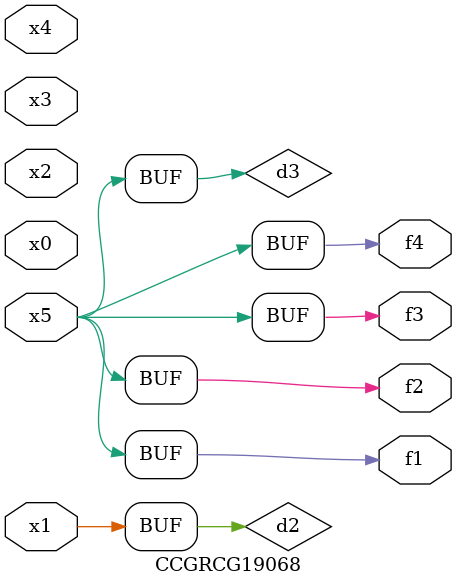
<source format=v>
module CCGRCG19068(
	input x0, x1, x2, x3, x4, x5,
	output f1, f2, f3, f4
);

	wire d1, d2, d3;

	not (d1, x5);
	or (d2, x1);
	xnor (d3, d1);
	assign f1 = d3;
	assign f2 = d3;
	assign f3 = d3;
	assign f4 = d3;
endmodule

</source>
